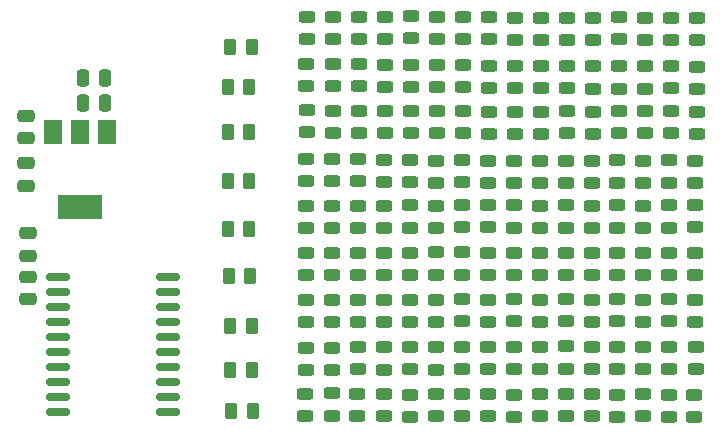
<source format=gbr>
%TF.GenerationSoftware,KiCad,Pcbnew,(6.0.2)*%
%TF.CreationDate,2022-05-10T14:03:58+02:00*%
%TF.ProjectId,AT806_Led-Matrix_backup,41543830-365f-44c6-9564-2d4d61747269,rev?*%
%TF.SameCoordinates,PX64e6140PY76a3180*%
%TF.FileFunction,Paste,Top*%
%TF.FilePolarity,Positive*%
%FSLAX46Y46*%
G04 Gerber Fmt 4.6, Leading zero omitted, Abs format (unit mm)*
G04 Created by KiCad (PCBNEW (6.0.2)) date 2022-05-10 14:03:58*
%MOMM*%
%LPD*%
G01*
G04 APERTURE LIST*
G04 Aperture macros list*
%AMRoundRect*
0 Rectangle with rounded corners*
0 $1 Rounding radius*
0 $2 $3 $4 $5 $6 $7 $8 $9 X,Y pos of 4 corners*
0 Add a 4 corners polygon primitive as box body*
4,1,4,$2,$3,$4,$5,$6,$7,$8,$9,$2,$3,0*
0 Add four circle primitives for the rounded corners*
1,1,$1+$1,$2,$3*
1,1,$1+$1,$4,$5*
1,1,$1+$1,$6,$7*
1,1,$1+$1,$8,$9*
0 Add four rect primitives between the rounded corners*
20,1,$1+$1,$2,$3,$4,$5,0*
20,1,$1+$1,$4,$5,$6,$7,0*
20,1,$1+$1,$6,$7,$8,$9,0*
20,1,$1+$1,$8,$9,$2,$3,0*%
G04 Aperture macros list end*
%ADD10RoundRect,0.243750X-0.456250X0.243750X-0.456250X-0.243750X0.456250X-0.243750X0.456250X0.243750X0*%
%ADD11RoundRect,0.243750X0.456250X-0.243750X0.456250X0.243750X-0.456250X0.243750X-0.456250X-0.243750X0*%
%ADD12RoundRect,0.250000X0.262500X0.450000X-0.262500X0.450000X-0.262500X-0.450000X0.262500X-0.450000X0*%
%ADD13RoundRect,0.250000X-0.475000X0.250000X-0.475000X-0.250000X0.475000X-0.250000X0.475000X0.250000X0*%
%ADD14RoundRect,0.250000X0.475000X-0.250000X0.475000X0.250000X-0.475000X0.250000X-0.475000X-0.250000X0*%
%ADD15RoundRect,0.250000X-0.250000X-0.475000X0.250000X-0.475000X0.250000X0.475000X-0.250000X0.475000X0*%
%ADD16RoundRect,0.250000X-0.262500X-0.450000X0.262500X-0.450000X0.262500X0.450000X-0.262500X0.450000X0*%
%ADD17RoundRect,0.150000X-0.875000X-0.150000X0.875000X-0.150000X0.875000X0.150000X-0.875000X0.150000X0*%
%ADD18R,1.500000X2.000000*%
%ADD19R,3.800000X2.000000*%
G04 APERTURE END LIST*
D10*
%TO.C,D125*%
X53900000Y14950000D03*
X53900000Y13075000D03*
%TD*%
%TO.C,D45*%
X36300000Y18937500D03*
X36300000Y17062500D03*
%TD*%
%TO.C,D46*%
X36300000Y14987500D03*
X36300000Y13112500D03*
%TD*%
D11*
%TO.C,D7*%
X25300000Y9062500D03*
X25300000Y10937500D03*
%TD*%
D10*
%TO.C,D144*%
X56100000Y2937500D03*
X56100000Y1062500D03*
%TD*%
%TO.C,D105*%
X54000000Y34862500D03*
X54000000Y32987500D03*
%TD*%
%TO.C,D122*%
X54000000Y26937500D03*
X54000000Y25062500D03*
%TD*%
%TO.C,D139*%
X58300000Y22737500D03*
X58300000Y20862500D03*
%TD*%
D12*
%TO.C,R1*%
X20512500Y29000000D03*
X18687500Y29000000D03*
%TD*%
D11*
%TO.C,D115*%
X51700000Y20900000D03*
X51700000Y22775000D03*
%TD*%
%TO.C,D2*%
X25350000Y29062500D03*
X25350000Y30937500D03*
%TD*%
%TO.C,D118*%
X51700000Y9162500D03*
X51700000Y11037500D03*
%TD*%
%TO.C,D100*%
X47300000Y17100000D03*
X47300000Y18975000D03*
%TD*%
%TO.C,D51*%
X38600000Y25062500D03*
X38600000Y26937500D03*
%TD*%
D10*
%TO.C,D78*%
X40750000Y11000000D03*
X40750000Y9125000D03*
%TD*%
%TO.C,D142*%
X58300000Y11000000D03*
X58300000Y9125000D03*
%TD*%
%TO.C,D41*%
X36400000Y34962500D03*
X36400000Y33087500D03*
%TD*%
%TO.C,D30*%
X31900000Y14950000D03*
X31900000Y13075000D03*
%TD*%
D11*
%TO.C,D102*%
X47350000Y9150000D03*
X47350000Y11025000D03*
%TD*%
D10*
%TO.C,D108*%
X49500000Y18900000D03*
X49500000Y17025000D03*
%TD*%
D11*
%TO.C,D68*%
X42900000Y20837500D03*
X42900000Y22712500D03*
%TD*%
%TO.C,D71*%
X38550000Y5125000D03*
X38550000Y7000000D03*
%TD*%
%TO.C,D1*%
X25400000Y33062500D03*
X25400000Y34937500D03*
%TD*%
D10*
%TO.C,D137*%
X58400000Y30700000D03*
X58400000Y28825000D03*
%TD*%
D13*
%TO.C,C2*%
X1600000Y22550000D03*
X1600000Y20650000D03*
%TD*%
D10*
%TO.C,D92*%
X45100000Y18900000D03*
X45100000Y17025000D03*
%TD*%
%TO.C,D123*%
X53900000Y22737500D03*
X53900000Y20862500D03*
%TD*%
%TO.C,D57*%
X40800000Y34900000D03*
X40800000Y33025000D03*
%TD*%
%TO.C,D141*%
X58300000Y14937500D03*
X58300000Y13062500D03*
%TD*%
%TO.C,D143*%
X58350000Y6975000D03*
X58350000Y5100000D03*
%TD*%
D11*
%TO.C,D8*%
X25300000Y5062500D03*
X25300000Y6937500D03*
%TD*%
D10*
%TO.C,D77*%
X40700000Y14937500D03*
X40700000Y13062500D03*
%TD*%
D11*
%TO.C,D135*%
X56100000Y5112500D03*
X56100000Y6987500D03*
%TD*%
D10*
%TO.C,D29*%
X31900000Y18900000D03*
X31900000Y17025000D03*
%TD*%
%TO.C,D16*%
X27500000Y6937500D03*
X27500000Y5062500D03*
%TD*%
D14*
%TO.C,C1*%
X1600000Y24650000D03*
X1600000Y26550000D03*
%TD*%
D11*
%TO.C,D87*%
X42900000Y5125000D03*
X42900000Y7000000D03*
%TD*%
D10*
%TO.C,D128*%
X51700000Y2937500D03*
X51700000Y1062500D03*
%TD*%
D11*
%TO.C,D67*%
X43000000Y25000000D03*
X43000000Y26875000D03*
%TD*%
%TO.C,D72*%
X40700000Y1125000D03*
X40700000Y3000000D03*
%TD*%
D10*
%TO.C,D10*%
X27600000Y30937500D03*
X27600000Y29062500D03*
%TD*%
D11*
%TO.C,D18*%
X29800000Y29062500D03*
X29800000Y30937500D03*
%TD*%
D15*
%TO.C,C6*%
X6450000Y29800000D03*
X8350000Y29800000D03*
%TD*%
D10*
%TO.C,D28*%
X31900000Y22837500D03*
X31900000Y20962500D03*
%TD*%
%TO.C,D48*%
X29650000Y3012500D03*
X29650000Y1137500D03*
%TD*%
D11*
%TO.C,D119*%
X51700000Y5150000D03*
X51700000Y7025000D03*
%TD*%
%TO.C,D116*%
X51700000Y17100000D03*
X51700000Y18975000D03*
%TD*%
%TO.C,D103*%
X47350000Y5162500D03*
X47350000Y7037500D03*
%TD*%
D10*
%TO.C,D61*%
X40700000Y19000000D03*
X40700000Y17125000D03*
%TD*%
%TO.C,D60*%
X40700000Y22737500D03*
X40700000Y20862500D03*
%TD*%
D11*
%TO.C,D56*%
X36300000Y1125000D03*
X36300000Y3000000D03*
%TD*%
%TO.C,D113*%
X56200000Y32962500D03*
X56200000Y34837500D03*
%TD*%
%TO.C,D136*%
X58200000Y1062500D03*
X58200000Y2937500D03*
%TD*%
D10*
%TO.C,D140*%
X58300000Y19000000D03*
X58300000Y17125000D03*
%TD*%
D11*
%TO.C,D114*%
X51800000Y25100000D03*
X51800000Y26975000D03*
%TD*%
D10*
%TO.C,D79*%
X40750000Y6975000D03*
X40750000Y5100000D03*
%TD*%
D16*
%TO.C,R8*%
X18687500Y21000000D03*
X20512500Y21000000D03*
%TD*%
D11*
%TO.C,D117*%
X51700000Y13100000D03*
X51700000Y14975000D03*
%TD*%
D10*
%TO.C,D15*%
X27500000Y10937500D03*
X27500000Y9062500D03*
%TD*%
D11*
%TO.C,D129*%
X56200000Y28900000D03*
X56200000Y30775000D03*
%TD*%
%TO.C,D4*%
X25300000Y21062500D03*
X25300000Y22937500D03*
%TD*%
%TO.C,D17*%
X29800000Y33062500D03*
X29800000Y34937500D03*
%TD*%
D10*
%TO.C,D126*%
X53900000Y11000000D03*
X53900000Y9125000D03*
%TD*%
%TO.C,D31*%
X31900000Y10950000D03*
X31900000Y9075000D03*
%TD*%
D11*
%TO.C,D65*%
X43000000Y32987500D03*
X43000000Y34862500D03*
%TD*%
D12*
%TO.C,R2*%
X20712500Y32400000D03*
X18887500Y32400000D03*
%TD*%
D10*
%TO.C,D121*%
X58400000Y34862500D03*
X58400000Y32987500D03*
%TD*%
%TO.C,D124*%
X53900000Y18900000D03*
X53900000Y17025000D03*
%TD*%
%TO.C,D27*%
X32000000Y27000000D03*
X32000000Y25125000D03*
%TD*%
D11*
%TO.C,D35*%
X34200000Y25100000D03*
X34200000Y26975000D03*
%TD*%
D17*
%TO.C,U1*%
X4350000Y12915000D03*
X4350000Y11645000D03*
X4350000Y10375000D03*
X4350000Y9105000D03*
X4350000Y7835000D03*
X4350000Y6565000D03*
X4350000Y5295000D03*
X4350000Y4025000D03*
X4350000Y2755000D03*
X4350000Y1485000D03*
X13650000Y1485000D03*
X13650000Y2755000D03*
X13650000Y4025000D03*
X13650000Y5295000D03*
X13650000Y6565000D03*
X13650000Y7835000D03*
X13650000Y9105000D03*
X13650000Y10375000D03*
X13650000Y11645000D03*
X13650000Y12915000D03*
%TD*%
D10*
%TO.C,D109*%
X49550000Y14950000D03*
X49550000Y13075000D03*
%TD*%
%TO.C,D89*%
X49600000Y34862500D03*
X49600000Y32987500D03*
%TD*%
%TO.C,D32*%
X25250000Y3037500D03*
X25250000Y1162500D03*
%TD*%
%TO.C,D95*%
X45100000Y7000000D03*
X45100000Y5125000D03*
%TD*%
D11*
%TO.C,D134*%
X56100000Y9150000D03*
X56100000Y11025000D03*
%TD*%
%TO.C,D38*%
X34100000Y13100000D03*
X34100000Y14975000D03*
%TD*%
%TO.C,D101*%
X47350000Y13100000D03*
X47350000Y14975000D03*
%TD*%
%TO.C,D50*%
X38600000Y29000000D03*
X38600000Y30875000D03*
%TD*%
D10*
%TO.C,D12*%
X27500000Y22875000D03*
X27500000Y21000000D03*
%TD*%
D11*
%TO.C,D23*%
X29700000Y9100000D03*
X29700000Y10975000D03*
%TD*%
D16*
%TO.C,R9*%
X18887500Y5000000D03*
X20712500Y5000000D03*
%TD*%
D10*
%TO.C,D26*%
X32000000Y30900000D03*
X32000000Y29025000D03*
%TD*%
%TO.C,D9*%
X27600000Y34900000D03*
X27600000Y33025000D03*
%TD*%
%TO.C,D111*%
X49550000Y6987500D03*
X49550000Y5112500D03*
%TD*%
%TO.C,D80*%
X38500000Y3000000D03*
X38500000Y1125000D03*
%TD*%
%TO.C,D138*%
X58400000Y26875000D03*
X58400000Y25000000D03*
%TD*%
%TO.C,D127*%
X53900000Y7000000D03*
X53900000Y5125000D03*
%TD*%
%TO.C,D74*%
X45200000Y30800000D03*
X45200000Y28925000D03*
%TD*%
D11*
%TO.C,D54*%
X34100000Y9100000D03*
X34100000Y10975000D03*
%TD*%
D10*
%TO.C,D43*%
X36400000Y26937500D03*
X36400000Y25062500D03*
%TD*%
D11*
%TO.C,D20*%
X29700000Y21037500D03*
X29700000Y22912500D03*
%TD*%
D10*
%TO.C,D90*%
X49600000Y30737500D03*
X49600000Y28862500D03*
%TD*%
%TO.C,D14*%
X27500000Y14937500D03*
X27500000Y13062500D03*
%TD*%
%TO.C,D47*%
X31950000Y6950000D03*
X31950000Y5075000D03*
%TD*%
D11*
%TO.C,D19*%
X29800000Y25125000D03*
X29800000Y27000000D03*
%TD*%
%TO.C,D52*%
X38500000Y20937500D03*
X38500000Y22812500D03*
%TD*%
%TO.C,D120*%
X53900000Y1125000D03*
X53900000Y3000000D03*
%TD*%
%TO.C,D104*%
X49500000Y1125000D03*
X49500000Y3000000D03*
%TD*%
D18*
%TO.C,U2*%
X8500000Y25150000D03*
D19*
X6200000Y18850000D03*
D18*
X6200000Y25150000D03*
X3900000Y25150000D03*
%TD*%
D11*
%TO.C,D83*%
X47400000Y25062500D03*
X47400000Y26937500D03*
%TD*%
%TO.C,D98*%
X51800000Y28862500D03*
X51800000Y30737500D03*
%TD*%
%TO.C,D53*%
X38500000Y17162500D03*
X38500000Y19037500D03*
%TD*%
%TO.C,D21*%
X29700000Y17037500D03*
X29700000Y18912500D03*
%TD*%
%TO.C,D40*%
X31900000Y1125000D03*
X31900000Y3000000D03*
%TD*%
%TO.C,D49*%
X38600000Y33062500D03*
X38600000Y34937500D03*
%TD*%
D10*
%TO.C,D63*%
X36350000Y6950000D03*
X36350000Y5075000D03*
%TD*%
D11*
%TO.C,D34*%
X34200000Y29000000D03*
X34200000Y30875000D03*
%TD*%
%TO.C,D24*%
X27500000Y1175000D03*
X27500000Y3050000D03*
%TD*%
D10*
%TO.C,D25*%
X32000000Y34937500D03*
X32000000Y33062500D03*
%TD*%
D12*
%TO.C,R3*%
X20512500Y17000000D03*
X18687500Y17000000D03*
%TD*%
D11*
%TO.C,D86*%
X42900000Y9150000D03*
X42900000Y11025000D03*
%TD*%
D10*
%TO.C,D96*%
X42900000Y2937500D03*
X42900000Y1062500D03*
%TD*%
D11*
%TO.C,D36*%
X34100000Y20937500D03*
X34100000Y22812500D03*
%TD*%
D16*
%TO.C,R7*%
X18775000Y13000000D03*
X20600000Y13000000D03*
%TD*%
D11*
%TO.C,D66*%
X43000000Y28900000D03*
X43000000Y30775000D03*
%TD*%
D13*
%TO.C,C3*%
X1800000Y12950000D03*
X1800000Y11050000D03*
%TD*%
D10*
%TO.C,D42*%
X36400000Y30837500D03*
X36400000Y28962500D03*
%TD*%
%TO.C,D62*%
X36350000Y11000000D03*
X36350000Y9125000D03*
%TD*%
D12*
%TO.C,R6*%
X20712500Y8800000D03*
X18887500Y8800000D03*
%TD*%
D11*
%TO.C,D6*%
X25300000Y13062500D03*
X25300000Y14937500D03*
%TD*%
D10*
%TO.C,D73*%
X45200000Y34862500D03*
X45200000Y32987500D03*
%TD*%
D11*
%TO.C,D33*%
X34200000Y33125000D03*
X34200000Y35000000D03*
%TD*%
D10*
%TO.C,D59*%
X40800000Y26900000D03*
X40800000Y25025000D03*
%TD*%
D11*
%TO.C,D81*%
X47400000Y32987500D03*
X47400000Y34862500D03*
%TD*%
%TO.C,D131*%
X56100000Y20900000D03*
X56100000Y22775000D03*
%TD*%
D10*
%TO.C,D110*%
X49550000Y11000000D03*
X49550000Y9125000D03*
%TD*%
%TO.C,D94*%
X45100000Y11000000D03*
X45100000Y9125000D03*
%TD*%
D11*
%TO.C,D84*%
X42900000Y17100000D03*
X42900000Y18975000D03*
%TD*%
%TO.C,D130*%
X56200000Y25062500D03*
X56200000Y26937500D03*
%TD*%
D10*
%TO.C,D11*%
X27600000Y26937500D03*
X27600000Y25062500D03*
%TD*%
D11*
%TO.C,D55*%
X34150000Y5100000D03*
X34150000Y6975000D03*
%TD*%
D10*
%TO.C,D91*%
X49600000Y26900000D03*
X49600000Y25025000D03*
%TD*%
D11*
%TO.C,D82*%
X47400000Y28900000D03*
X47400000Y30775000D03*
%TD*%
D10*
%TO.C,D106*%
X54000000Y30737500D03*
X54000000Y28862500D03*
%TD*%
D12*
%TO.C,R5*%
X20800000Y1600000D03*
X18975000Y1600000D03*
%TD*%
D11*
%TO.C,D97*%
X51800000Y33062500D03*
X51800000Y34937500D03*
%TD*%
D10*
%TO.C,D93*%
X45150000Y14975000D03*
X45150000Y13100000D03*
%TD*%
D15*
%TO.C,C5*%
X6450000Y27600000D03*
X8350000Y27600000D03*
%TD*%
D11*
%TO.C,D99*%
X47300000Y20837500D03*
X47300000Y22712500D03*
%TD*%
D10*
%TO.C,D64*%
X34100000Y2937500D03*
X34100000Y1062500D03*
%TD*%
%TO.C,D13*%
X27500000Y18937500D03*
X27500000Y17062500D03*
%TD*%
D11*
%TO.C,D85*%
X42900000Y13100000D03*
X42900000Y14975000D03*
%TD*%
%TO.C,D88*%
X45100000Y1125000D03*
X45100000Y3000000D03*
%TD*%
%TO.C,D39*%
X29700000Y5100000D03*
X29700000Y6975000D03*
%TD*%
%TO.C,D133*%
X56100000Y13100000D03*
X56100000Y14975000D03*
%TD*%
D10*
%TO.C,D112*%
X47300000Y3000000D03*
X47300000Y1125000D03*
%TD*%
D11*
%TO.C,D70*%
X38550000Y9150000D03*
X38550000Y11025000D03*
%TD*%
D14*
%TO.C,C4*%
X1800000Y14700000D03*
X1800000Y16600000D03*
%TD*%
D11*
%TO.C,D132*%
X56100000Y17100000D03*
X56100000Y18975000D03*
%TD*%
D10*
%TO.C,D107*%
X49500000Y22737500D03*
X49500000Y20862500D03*
%TD*%
%TO.C,D44*%
X36300000Y22737500D03*
X36300000Y20862500D03*
%TD*%
%TO.C,D58*%
X40800000Y30800000D03*
X40800000Y28925000D03*
%TD*%
D12*
%TO.C,R4*%
X20512500Y25200000D03*
X18687500Y25200000D03*
%TD*%
D11*
%TO.C,D5*%
X25300000Y17062500D03*
X25300000Y18937500D03*
%TD*%
D10*
%TO.C,D76*%
X45100000Y22737500D03*
X45100000Y20862500D03*
%TD*%
%TO.C,D75*%
X45200000Y26900000D03*
X45200000Y25025000D03*
%TD*%
D11*
%TO.C,D22*%
X29700000Y13100000D03*
X29700000Y14975000D03*
%TD*%
%TO.C,D3*%
X25400000Y25162500D03*
X25400000Y27037500D03*
%TD*%
%TO.C,D37*%
X34100000Y17100000D03*
X34100000Y18975000D03*
%TD*%
%TO.C,D69*%
X38500000Y13112500D03*
X38500000Y14987500D03*
%TD*%
M02*

</source>
